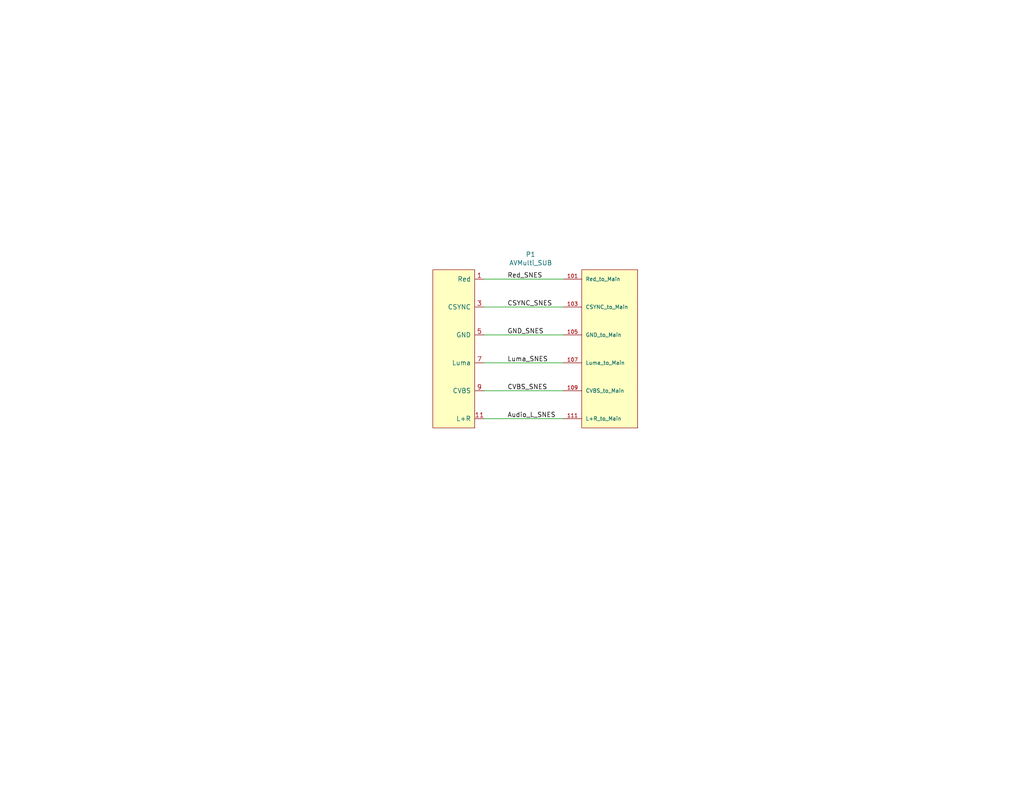
<source format=kicad_sch>
(kicad_sch (version 20250114) (generator "eeschema") (generator_version "9.0")
  (paper "USLetter")
  (title_block (rev "1") (comment 1 "Designed for OSH Park 2 Layer Prototype"))
  (lib_symbols
    (symbol "SNES2VGA_Library:AVMulti_SUB" (pin_names (offset 1.016))
      (property "Reference" "P" (at -13.97 11.43 0))
      (property "Value" "AVMulti_SUB" (at 0 5.08 0))
      (symbol "AVMulti_SUB_0_0"
        (pin output line (at 24.13 -3.81 0) (length 5.08) (name "Red_to_Main") (number "101"))
        (pin output line (at 24.13 -11.43 0) (length 5.08) (name "CSYNC_to_Main") (number "103"))
        (pin power_out line (at 24.13 -19.05 0) (length 5.08) (name "GND_to_Main") (number "105"))
        (pin output line (at 24.13 -26.67 0) (length 5.08) (name "Luma_to_Main") (number "107"))
        (pin output line (at 24.13 -34.29 0) (length 5.08) (name "CVBS_to_Main") (number "109"))
        (pin output line (at 24.13 -41.91 0) (length 5.08) (name "L+R_to_Main") (number "111"))
      )
      (symbol "AVMulti_SUB_0_1"
        (rectangle (start -11.43 -1.27) (end 0 -44.45) (fill (type background)))
        (rectangle (start 29.21 -1.27) (end 44.45 -44.45) (fill (type background)))
      )
      (symbol "AVMulti_SUB_1_1"
        (pin input line (at 2.54 -3.81 180) (length 2.54) (name "Red") (number "1"))
        (pin input line (at 2.54 -11.43 180) (length 2.54) (name "CSYNC") (number "3"))
        (pin power_in line (at 2.54 -19.05 180) (length 2.54) (name "GND") (number "5"))
        (pin input line (at 2.54 -26.67 180) (length 2.54) (name "Luma") (number "7"))
        (pin input line (at 2.54 -34.29 180) (length 2.54) (name "CVBS") (number "9"))
        (pin input line (at 2.54 -41.91 180) (length 2.54) (name "L+R") (number "11"))
      )
    )
  )
  (wire (pts (xy 132.08 114.3) (xy 153.67 114.3)))
  (wire (pts (xy 132.08 106.68) (xy 153.67 106.68)))
  (wire (pts (xy 132.08 99.06) (xy 153.67 99.06)))
  (wire (pts (xy 132.08 76.2) (xy 153.67 76.2)))
  (wire (pts (xy 132.08 91.44) (xy 153.67 91.44)))
  (wire (pts (xy 132.08 83.82) (xy 153.67 83.82)))
  (label "Red_SNES" (at 138.43 76.2 0))
  (label "CSYNC_SNES" (at 138.43 83.82 0))
  (label "Luma_SNES" (at 138.43 99.06 0))
  (label "Audio_L_SNES" (at 138.43 114.3 0))
  (label "CVBS_SNES" (at 138.43 106.68 0))
  (label "GND_SNES" (at 138.43 91.44 0))
  (symbol (lib_id "SNES2VGA_Library:AVMulti_SUB") (at 129.54 72.39 0) (unit 1)
    (property "Reference" "P1" (at 144.78 69.469 0))
    (property "Value" "AVMulti_SUB" (at 144.78 71.7804 0))
    (property "Footprint" "SNES2VGA_Library:AV_Multi_Sub" (effects (hide yes)))
  )
)
</source>
